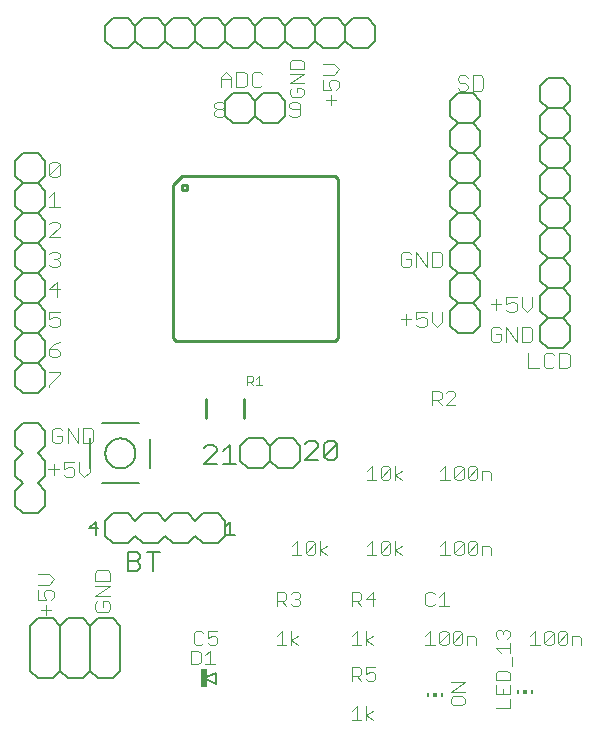
<source format=gto>
G75*
%MOIN*%
%OFA0B0*%
%FSLAX24Y24*%
%IPPOS*%
%LPD*%
%AMOC8*
5,1,8,0,0,1.08239X$1,22.5*
%
%ADD10C,0.0040*%
%ADD11C,0.0060*%
%ADD12C,0.0080*%
%ADD13R,0.0240X0.0620*%
%ADD14C,0.0100*%
%ADD15R,0.0059X0.0118*%
%ADD16R,0.0118X0.0118*%
%ADD17C,0.0030*%
%ADD18C,0.0050*%
%ADD19C,0.0087*%
D10*
X004170Y006238D02*
X004170Y006585D01*
X004170Y006754D02*
X003910Y006754D01*
X003910Y007101D01*
X003910Y007269D02*
X004257Y007269D01*
X004430Y007443D01*
X004257Y007616D01*
X003910Y007616D01*
X004170Y007101D02*
X004343Y007101D01*
X004430Y007014D01*
X004430Y006840D01*
X004343Y006754D01*
X004170Y006754D02*
X004083Y006927D01*
X004083Y007014D01*
X004170Y007101D01*
X003996Y006412D02*
X004343Y006412D01*
X005785Y006450D02*
X005871Y006363D01*
X006218Y006363D01*
X006305Y006450D01*
X006305Y006623D01*
X006218Y006710D01*
X006045Y006710D01*
X006045Y006537D01*
X005871Y006710D02*
X005785Y006623D01*
X005785Y006450D01*
X005785Y006879D02*
X006305Y007226D01*
X005785Y007226D01*
X005785Y007394D02*
X005785Y007655D01*
X005871Y007741D01*
X006218Y007741D01*
X006305Y007655D01*
X006305Y007394D01*
X005785Y007394D01*
X005785Y006879D02*
X006305Y006879D01*
X009010Y005070D02*
X009010Y004610D01*
X009240Y004610D01*
X009317Y004687D01*
X009317Y004994D01*
X009240Y005070D01*
X009010Y005070D01*
X009166Y005260D02*
X009319Y005260D01*
X009396Y005337D01*
X009550Y005337D02*
X009626Y005260D01*
X009780Y005260D01*
X009857Y005337D01*
X009857Y005490D01*
X009780Y005567D01*
X009703Y005567D01*
X009550Y005490D01*
X009550Y005720D01*
X009857Y005720D01*
X009396Y005644D02*
X009319Y005720D01*
X009166Y005720D01*
X009089Y005644D01*
X009089Y005337D01*
X009166Y005260D01*
X009470Y004917D02*
X009624Y005070D01*
X009624Y004610D01*
X009777Y004610D02*
X009470Y004610D01*
X011860Y005260D02*
X012167Y005260D01*
X012320Y005260D02*
X012320Y005720D01*
X012551Y005567D02*
X012320Y005413D01*
X012551Y005260D01*
X012013Y005260D02*
X012013Y005720D01*
X011860Y005567D01*
X011860Y006560D02*
X011860Y007020D01*
X012090Y007020D01*
X012167Y006944D01*
X012167Y006790D01*
X012090Y006713D01*
X011860Y006713D01*
X012013Y006713D02*
X012167Y006560D01*
X012320Y006637D02*
X012397Y006560D01*
X012551Y006560D01*
X012627Y006637D01*
X012627Y006713D01*
X012551Y006790D01*
X012474Y006790D01*
X012551Y006790D02*
X012627Y006867D01*
X012627Y006944D01*
X012551Y007020D01*
X012397Y007020D01*
X012320Y006944D01*
X012360Y008260D02*
X012667Y008260D01*
X012513Y008260D02*
X012513Y008720D01*
X012360Y008567D01*
X012820Y008644D02*
X012820Y008337D01*
X013127Y008644D01*
X013127Y008337D01*
X013051Y008260D01*
X012897Y008260D01*
X012820Y008337D01*
X012820Y008644D02*
X012897Y008720D01*
X013051Y008720D01*
X013127Y008644D01*
X013281Y008720D02*
X013281Y008260D01*
X013281Y008413D02*
X013511Y008567D01*
X013281Y008413D02*
X013511Y008260D01*
X014360Y007020D02*
X014590Y007020D01*
X014667Y006944D01*
X014667Y006790D01*
X014590Y006713D01*
X014360Y006713D01*
X014360Y006560D02*
X014360Y007020D01*
X014513Y006713D02*
X014667Y006560D01*
X014820Y006790D02*
X015127Y006790D01*
X015051Y006560D02*
X015051Y007020D01*
X014820Y006790D01*
X014820Y005720D02*
X014820Y005260D01*
X014667Y005260D02*
X014360Y005260D01*
X014513Y005260D02*
X014513Y005720D01*
X014360Y005567D01*
X014820Y005413D02*
X015051Y005567D01*
X014820Y005413D02*
X015051Y005260D01*
X015127Y004520D02*
X014820Y004520D01*
X014820Y004290D01*
X014974Y004367D01*
X015051Y004367D01*
X015127Y004290D01*
X015127Y004137D01*
X015051Y004060D01*
X014897Y004060D01*
X014820Y004137D01*
X014667Y004060D02*
X014513Y004213D01*
X014590Y004213D02*
X014360Y004213D01*
X014360Y004060D02*
X014360Y004520D01*
X014590Y004520D01*
X014667Y004444D01*
X014667Y004290D01*
X014590Y004213D01*
X014513Y003220D02*
X014513Y002760D01*
X014360Y002760D02*
X014667Y002760D01*
X014820Y002760D02*
X014820Y003220D01*
X015051Y003067D02*
X014820Y002913D01*
X015051Y002760D01*
X014513Y003220D02*
X014360Y003067D01*
X016810Y005260D02*
X017117Y005260D01*
X016963Y005260D02*
X016963Y005720D01*
X016810Y005567D01*
X017270Y005644D02*
X017270Y005337D01*
X017577Y005644D01*
X017577Y005337D01*
X017501Y005260D01*
X017347Y005260D01*
X017270Y005337D01*
X017270Y005644D02*
X017347Y005720D01*
X017501Y005720D01*
X017577Y005644D01*
X017731Y005644D02*
X017731Y005337D01*
X018038Y005644D01*
X018038Y005337D01*
X017961Y005260D01*
X017808Y005260D01*
X017731Y005337D01*
X017731Y005644D02*
X017808Y005720D01*
X017961Y005720D01*
X018038Y005644D01*
X018191Y005567D02*
X018191Y005260D01*
X018191Y005567D02*
X018421Y005567D01*
X018498Y005490D01*
X018498Y005260D01*
X019160Y005155D02*
X019620Y005155D01*
X019620Y005002D02*
X019620Y005308D01*
X019543Y005462D02*
X019620Y005539D01*
X019620Y005692D01*
X019543Y005769D01*
X019467Y005769D01*
X019390Y005692D01*
X019390Y005615D01*
X019390Y005692D02*
X019313Y005769D01*
X019236Y005769D01*
X019160Y005692D01*
X019160Y005539D01*
X019236Y005462D01*
X019160Y005155D02*
X019313Y005002D01*
X019697Y004848D02*
X019697Y004541D01*
X019543Y004388D02*
X019236Y004388D01*
X019160Y004311D01*
X019160Y004081D01*
X019620Y004081D01*
X019620Y004311D01*
X019543Y004388D01*
X019620Y003927D02*
X019620Y003620D01*
X019160Y003620D01*
X019160Y003927D01*
X019390Y003774D02*
X019390Y003620D01*
X019620Y003467D02*
X019620Y003160D01*
X019160Y003160D01*
X018120Y003316D02*
X018120Y003469D01*
X018043Y003546D01*
X017736Y003546D01*
X017660Y003469D01*
X017660Y003316D01*
X017736Y003239D01*
X018043Y003239D01*
X018120Y003316D01*
X018120Y003700D02*
X017660Y003700D01*
X018120Y004007D01*
X017660Y004007D01*
X017577Y006560D02*
X017270Y006560D01*
X017424Y006560D02*
X017424Y007020D01*
X017270Y006867D01*
X017117Y006944D02*
X017040Y007020D01*
X016887Y007020D01*
X016810Y006944D01*
X016810Y006637D01*
X016887Y006560D01*
X017040Y006560D01*
X017117Y006637D01*
X017310Y008260D02*
X017617Y008260D01*
X017463Y008260D02*
X017463Y008720D01*
X017310Y008567D01*
X017770Y008644D02*
X017770Y008337D01*
X018077Y008644D01*
X018077Y008337D01*
X018001Y008260D01*
X017847Y008260D01*
X017770Y008337D01*
X017770Y008644D02*
X017847Y008720D01*
X018001Y008720D01*
X018077Y008644D01*
X018231Y008644D02*
X018308Y008720D01*
X018461Y008720D01*
X018538Y008644D01*
X018231Y008337D01*
X018308Y008260D01*
X018461Y008260D01*
X018538Y008337D01*
X018538Y008644D01*
X018691Y008567D02*
X018921Y008567D01*
X018998Y008490D01*
X018998Y008260D01*
X018691Y008260D02*
X018691Y008567D01*
X018231Y008644D02*
X018231Y008337D01*
X016011Y008260D02*
X015781Y008413D01*
X016011Y008567D01*
X015781Y008720D02*
X015781Y008260D01*
X015627Y008337D02*
X015551Y008260D01*
X015397Y008260D01*
X015320Y008337D01*
X015627Y008644D01*
X015627Y008337D01*
X015320Y008337D02*
X015320Y008644D01*
X015397Y008720D01*
X015551Y008720D01*
X015627Y008644D01*
X015167Y008260D02*
X014860Y008260D01*
X015013Y008260D02*
X015013Y008720D01*
X014860Y008567D01*
X014860Y010760D02*
X015167Y010760D01*
X015013Y010760D02*
X015013Y011220D01*
X014860Y011067D01*
X015320Y011144D02*
X015320Y010837D01*
X015627Y011144D01*
X015627Y010837D01*
X015551Y010760D01*
X015397Y010760D01*
X015320Y010837D01*
X015320Y011144D02*
X015397Y011220D01*
X015551Y011220D01*
X015627Y011144D01*
X015781Y011220D02*
X015781Y010760D01*
X015781Y010913D02*
X016011Y011067D01*
X015781Y010913D02*
X016011Y010760D01*
X017310Y010760D02*
X017617Y010760D01*
X017463Y010760D02*
X017463Y011220D01*
X017310Y011067D01*
X017770Y011144D02*
X017770Y010837D01*
X018077Y011144D01*
X018077Y010837D01*
X018001Y010760D01*
X017847Y010760D01*
X017770Y010837D01*
X017770Y011144D02*
X017847Y011220D01*
X018001Y011220D01*
X018077Y011144D01*
X018231Y011144D02*
X018308Y011220D01*
X018461Y011220D01*
X018538Y011144D01*
X018231Y010837D01*
X018308Y010760D01*
X018461Y010760D01*
X018538Y010837D01*
X018538Y011144D01*
X018691Y011067D02*
X018691Y010760D01*
X018691Y011067D02*
X018921Y011067D01*
X018998Y010990D01*
X018998Y010760D01*
X018231Y010837D02*
X018231Y011144D01*
X017807Y013260D02*
X017500Y013260D01*
X017807Y013567D01*
X017807Y013644D01*
X017730Y013720D01*
X017576Y013720D01*
X017500Y013644D01*
X017346Y013644D02*
X017346Y013490D01*
X017269Y013413D01*
X017039Y013413D01*
X017039Y013260D02*
X017039Y013720D01*
X017269Y013720D01*
X017346Y013644D01*
X017193Y013413D02*
X017346Y013260D01*
X019075Y015350D02*
X018988Y015437D01*
X018988Y015784D01*
X019075Y015870D01*
X019248Y015870D01*
X019335Y015784D01*
X019335Y015610D02*
X019162Y015610D01*
X019335Y015610D02*
X019335Y015437D01*
X019248Y015350D01*
X019075Y015350D01*
X019504Y015350D02*
X019504Y015870D01*
X019851Y015350D01*
X019851Y015870D01*
X020019Y015870D02*
X020280Y015870D01*
X020366Y015784D01*
X020366Y015437D01*
X020280Y015350D01*
X020019Y015350D01*
X020019Y015870D01*
X020193Y016350D02*
X020366Y016523D01*
X020366Y016870D01*
X020019Y016870D02*
X020019Y016523D01*
X020193Y016350D01*
X019851Y016437D02*
X019764Y016350D01*
X019590Y016350D01*
X019504Y016437D01*
X019504Y016610D02*
X019677Y016697D01*
X019764Y016697D01*
X019851Y016610D01*
X019851Y016437D01*
X019504Y016610D02*
X019504Y016870D01*
X019851Y016870D01*
X019335Y016610D02*
X018988Y016610D01*
X019162Y016437D02*
X019162Y016784D01*
X020238Y014995D02*
X020238Y014475D01*
X020585Y014475D01*
X020754Y014562D02*
X020754Y014909D01*
X020840Y014995D01*
X021014Y014995D01*
X021101Y014909D01*
X021269Y014995D02*
X021269Y014475D01*
X021530Y014475D01*
X021616Y014562D01*
X021616Y014909D01*
X021530Y014995D01*
X021269Y014995D01*
X021101Y014562D02*
X021014Y014475D01*
X020840Y014475D01*
X020754Y014562D01*
X017366Y016023D02*
X017366Y016370D01*
X017366Y016023D02*
X017193Y015850D01*
X017019Y016023D01*
X017019Y016370D01*
X016851Y016370D02*
X016504Y016370D01*
X016504Y016110D01*
X016677Y016197D01*
X016764Y016197D01*
X016851Y016110D01*
X016851Y015937D01*
X016764Y015850D01*
X016590Y015850D01*
X016504Y015937D01*
X016335Y016110D02*
X015988Y016110D01*
X016162Y015937D02*
X016162Y016284D01*
X016075Y017850D02*
X016248Y017850D01*
X016335Y017937D01*
X016335Y018110D01*
X016162Y018110D01*
X016335Y018284D02*
X016248Y018370D01*
X016075Y018370D01*
X015988Y018284D01*
X015988Y017937D01*
X016075Y017850D01*
X016504Y017850D02*
X016504Y018370D01*
X016851Y017850D01*
X016851Y018370D01*
X017019Y018370D02*
X017019Y017850D01*
X017280Y017850D01*
X017366Y017937D01*
X017366Y018284D01*
X017280Y018370D01*
X017019Y018370D01*
X013670Y023238D02*
X013670Y023585D01*
X013670Y023754D02*
X013410Y023754D01*
X013410Y024101D01*
X013410Y024269D02*
X013757Y024269D01*
X013930Y024443D01*
X013757Y024616D01*
X013410Y024616D01*
X013670Y024101D02*
X013843Y024101D01*
X013930Y024014D01*
X013930Y023840D01*
X013843Y023754D01*
X013670Y023754D02*
X013583Y023927D01*
X013583Y024014D01*
X013670Y024101D01*
X013496Y023412D02*
X013843Y023412D01*
X012745Y023606D02*
X012668Y023529D01*
X012361Y023529D01*
X012285Y023606D01*
X012285Y023759D01*
X012361Y023836D01*
X012515Y023836D02*
X012515Y023682D01*
X012515Y023836D02*
X012668Y023836D01*
X012745Y023759D01*
X012745Y023606D01*
X012530Y023370D02*
X012356Y023370D01*
X012269Y023284D01*
X012269Y023197D01*
X012356Y023110D01*
X012616Y023110D01*
X012616Y022937D02*
X012616Y023284D01*
X012530Y023370D01*
X012616Y022937D02*
X012530Y022850D01*
X012356Y022850D01*
X012269Y022937D01*
X012285Y023989D02*
X012745Y024296D01*
X012285Y024296D01*
X012285Y024450D02*
X012285Y024680D01*
X012361Y024757D01*
X012668Y024757D01*
X012745Y024680D01*
X012745Y024450D01*
X012285Y024450D01*
X012285Y023989D02*
X012745Y023989D01*
X011366Y023937D02*
X011280Y023850D01*
X011106Y023850D01*
X011019Y023937D01*
X011019Y024284D01*
X011106Y024370D01*
X011280Y024370D01*
X011366Y024284D01*
X010851Y024284D02*
X010851Y023937D01*
X010764Y023850D01*
X010504Y023850D01*
X010504Y024370D01*
X010764Y024370D01*
X010851Y024284D01*
X010335Y024197D02*
X010335Y023850D01*
X010335Y024110D02*
X009988Y024110D01*
X009988Y024197D02*
X009988Y023850D01*
X010030Y023370D02*
X009856Y023370D01*
X009769Y023284D01*
X009769Y023197D01*
X009856Y023110D01*
X010030Y023110D01*
X010116Y023023D01*
X010116Y022937D01*
X010030Y022850D01*
X009856Y022850D01*
X009769Y022937D01*
X009769Y023023D01*
X009856Y023110D01*
X010030Y023110D02*
X010116Y023197D01*
X010116Y023284D01*
X010030Y023370D01*
X009988Y024197D02*
X010162Y024370D01*
X010335Y024197D01*
X004616Y021284D02*
X004616Y020937D01*
X004530Y020850D01*
X004356Y020850D01*
X004269Y020937D01*
X004616Y021284D01*
X004530Y021370D01*
X004356Y021370D01*
X004269Y021284D01*
X004269Y020937D01*
X004443Y020370D02*
X004269Y020197D01*
X004443Y020370D02*
X004443Y019850D01*
X004616Y019850D02*
X004269Y019850D01*
X004356Y019370D02*
X004269Y019284D01*
X004356Y019370D02*
X004530Y019370D01*
X004616Y019284D01*
X004616Y019197D01*
X004269Y018850D01*
X004616Y018850D01*
X004530Y018370D02*
X004356Y018370D01*
X004269Y018284D01*
X004443Y018110D02*
X004530Y018110D01*
X004616Y018023D01*
X004616Y017937D01*
X004530Y017850D01*
X004356Y017850D01*
X004269Y017937D01*
X004530Y018110D02*
X004616Y018197D01*
X004616Y018284D01*
X004530Y018370D01*
X004530Y017370D02*
X004269Y017110D01*
X004616Y017110D01*
X004530Y016850D02*
X004530Y017370D01*
X004616Y016370D02*
X004269Y016370D01*
X004269Y016110D01*
X004443Y016197D01*
X004530Y016197D01*
X004616Y016110D01*
X004616Y015937D01*
X004530Y015850D01*
X004356Y015850D01*
X004269Y015937D01*
X004616Y015370D02*
X004443Y015284D01*
X004269Y015110D01*
X004530Y015110D01*
X004616Y015023D01*
X004616Y014937D01*
X004530Y014850D01*
X004356Y014850D01*
X004269Y014937D01*
X004269Y015110D01*
X004269Y014370D02*
X004616Y014370D01*
X004616Y014284D01*
X004269Y013937D01*
X004269Y013850D01*
X004450Y012495D02*
X004363Y012409D01*
X004363Y012062D01*
X004450Y011975D01*
X004623Y011975D01*
X004710Y012062D01*
X004710Y012235D01*
X004537Y012235D01*
X004710Y012409D02*
X004623Y012495D01*
X004450Y012495D01*
X004879Y012495D02*
X004879Y011975D01*
X005226Y011975D02*
X005226Y012495D01*
X005394Y012495D02*
X005655Y012495D01*
X005741Y012409D01*
X005741Y012062D01*
X005655Y011975D01*
X005394Y011975D01*
X005394Y012495D01*
X004879Y012495D02*
X005226Y011975D01*
X005269Y011370D02*
X005269Y011023D01*
X005443Y010850D01*
X005616Y011023D01*
X005616Y011370D01*
X005101Y011370D02*
X004754Y011370D01*
X004754Y011110D01*
X004927Y011197D01*
X005014Y011197D01*
X005101Y011110D01*
X005101Y010937D01*
X005014Y010850D01*
X004840Y010850D01*
X004754Y010937D01*
X004585Y011110D02*
X004238Y011110D01*
X004412Y010937D02*
X004412Y011284D01*
X017879Y023812D02*
X017965Y023725D01*
X018139Y023725D01*
X018226Y023812D01*
X018226Y023898D01*
X018139Y023985D01*
X017965Y023985D01*
X017879Y024072D01*
X017879Y024159D01*
X017965Y024245D01*
X018139Y024245D01*
X018226Y024159D01*
X018394Y024245D02*
X018394Y023725D01*
X018655Y023725D01*
X018741Y023812D01*
X018741Y024159D01*
X018655Y024245D01*
X018394Y024245D01*
X020463Y005720D02*
X020310Y005567D01*
X020463Y005720D02*
X020463Y005260D01*
X020310Y005260D02*
X020617Y005260D01*
X020770Y005337D02*
X020770Y005644D01*
X020847Y005720D01*
X021001Y005720D01*
X021077Y005644D01*
X020770Y005337D01*
X020847Y005260D01*
X021001Y005260D01*
X021077Y005337D01*
X021077Y005644D01*
X021231Y005644D02*
X021231Y005337D01*
X021538Y005644D01*
X021538Y005337D01*
X021461Y005260D01*
X021308Y005260D01*
X021231Y005337D01*
X021231Y005644D02*
X021308Y005720D01*
X021461Y005720D01*
X021538Y005644D01*
X021691Y005567D02*
X021691Y005260D01*
X021691Y005567D02*
X021921Y005567D01*
X021998Y005490D01*
X021998Y005260D01*
D11*
X003890Y004140D02*
X003640Y004390D01*
X003640Y005890D01*
X003890Y006140D01*
X004390Y006140D01*
X004640Y005890D01*
X004640Y004390D01*
X004890Y004140D01*
X005390Y004140D01*
X005640Y004390D01*
X005890Y004140D01*
X006390Y004140D01*
X006640Y004390D01*
X006640Y005890D01*
X006390Y006140D01*
X005890Y006140D01*
X005640Y005890D01*
X005640Y004390D01*
X004640Y004390D02*
X004390Y004140D01*
X003890Y004140D01*
X004640Y005890D02*
X004890Y006140D01*
X005390Y006140D01*
X005640Y005890D01*
X006881Y007720D02*
X007201Y007720D01*
X007308Y007827D01*
X007308Y007934D01*
X007201Y008040D01*
X006881Y008040D01*
X006881Y007720D02*
X006881Y008361D01*
X007201Y008361D01*
X007308Y008254D01*
X007308Y008147D01*
X007201Y008040D01*
X007525Y008361D02*
X007952Y008361D01*
X007739Y008361D02*
X007739Y007720D01*
X007890Y008640D02*
X007390Y008640D01*
X007140Y008890D01*
X006890Y008640D01*
X006390Y008640D01*
X006140Y008890D01*
X006140Y009390D01*
X006390Y009640D01*
X006890Y009640D01*
X007140Y009390D01*
X007390Y009640D01*
X007890Y009640D01*
X008140Y009390D01*
X008390Y009640D01*
X008890Y009640D01*
X009140Y009390D01*
X009390Y009640D01*
X009890Y009640D01*
X010140Y009390D01*
X010140Y008890D01*
X009890Y008640D01*
X009390Y008640D01*
X009140Y008890D01*
X008890Y008640D01*
X008390Y008640D01*
X008140Y008890D01*
X007890Y008640D01*
X009420Y011295D02*
X009847Y011722D01*
X009847Y011829D01*
X009740Y011936D01*
X009527Y011936D01*
X009420Y011829D01*
X009420Y011295D02*
X009847Y011295D01*
X010065Y011295D02*
X010492Y011295D01*
X010640Y011390D02*
X010640Y011890D01*
X010890Y012140D01*
X011390Y012140D01*
X011640Y011890D01*
X011890Y012140D01*
X012390Y012140D01*
X012640Y011890D01*
X012640Y011390D01*
X012390Y011140D01*
X011890Y011140D01*
X011640Y011390D01*
X011390Y011140D01*
X010890Y011140D01*
X010640Y011390D01*
X010278Y011295D02*
X010278Y011936D01*
X010065Y011722D01*
X011640Y011890D02*
X011640Y011390D01*
X012795Y011420D02*
X013222Y011847D01*
X013222Y011954D01*
X013115Y012061D01*
X012902Y012061D01*
X012795Y011954D01*
X012795Y011420D02*
X013222Y011420D01*
X013440Y011527D02*
X013867Y011954D01*
X013867Y011527D01*
X013760Y011420D01*
X013546Y011420D01*
X013440Y011527D01*
X013440Y011954D01*
X013546Y012061D01*
X013760Y012061D01*
X013867Y011954D01*
X017640Y015890D02*
X017640Y016390D01*
X017890Y016640D01*
X017640Y016890D01*
X017640Y017390D01*
X017890Y017640D01*
X017640Y017890D01*
X017640Y018390D01*
X017890Y018640D01*
X017640Y018890D01*
X017640Y019390D01*
X017890Y019640D01*
X017640Y019890D01*
X017640Y020390D01*
X017890Y020640D01*
X017640Y020890D01*
X017640Y021390D01*
X017890Y021640D01*
X017640Y021890D01*
X017640Y022390D01*
X017890Y022640D01*
X017640Y022890D01*
X017640Y023390D01*
X017890Y023640D01*
X018390Y023640D01*
X018640Y023390D01*
X018640Y022890D01*
X018390Y022640D01*
X018640Y022390D01*
X018640Y021890D01*
X018390Y021640D01*
X017890Y021640D01*
X018390Y021640D02*
X018640Y021390D01*
X018640Y020890D01*
X018390Y020640D01*
X018640Y020390D01*
X018640Y019890D01*
X018390Y019640D01*
X018640Y019390D01*
X018640Y018890D01*
X018390Y018640D01*
X017890Y018640D01*
X018390Y018640D02*
X018640Y018390D01*
X018640Y017890D01*
X018390Y017640D01*
X018640Y017390D01*
X018640Y016890D01*
X018390Y016640D01*
X018640Y016390D01*
X018640Y015890D01*
X018390Y015640D01*
X017890Y015640D01*
X017640Y015890D01*
X017890Y016640D02*
X018390Y016640D01*
X018390Y017640D02*
X017890Y017640D01*
X017890Y019640D02*
X018390Y019640D01*
X018390Y020640D02*
X017890Y020640D01*
X017890Y022640D02*
X018390Y022640D01*
X020640Y022390D02*
X020640Y022890D01*
X020890Y023140D01*
X020640Y023390D01*
X020640Y023890D01*
X020890Y024140D01*
X021390Y024140D01*
X021640Y023890D01*
X021640Y023390D01*
X021390Y023140D01*
X021640Y022890D01*
X021640Y022390D01*
X021390Y022140D01*
X021640Y021890D01*
X021640Y021390D01*
X021390Y021140D01*
X021640Y020890D01*
X021640Y020390D01*
X021390Y020140D01*
X021640Y019890D01*
X021640Y019390D01*
X021390Y019140D01*
X021640Y018890D01*
X021640Y018390D01*
X021390Y018140D01*
X021640Y017890D01*
X021640Y017390D01*
X021390Y017140D01*
X021640Y016890D01*
X021640Y016390D01*
X021390Y016140D01*
X021640Y015890D01*
X021640Y015390D01*
X021390Y015140D01*
X020890Y015140D01*
X020640Y015390D01*
X020640Y015890D01*
X020890Y016140D01*
X020640Y016390D01*
X020640Y016890D01*
X020890Y017140D01*
X021390Y017140D01*
X020890Y017140D02*
X020640Y017390D01*
X020640Y017890D01*
X020890Y018140D01*
X020640Y018390D01*
X020640Y018890D01*
X020890Y019140D01*
X020640Y019390D01*
X020640Y019890D01*
X020890Y020140D01*
X021390Y020140D01*
X020890Y020140D02*
X020640Y020390D01*
X020640Y020890D01*
X020890Y021140D01*
X020640Y021390D01*
X020640Y021890D01*
X020890Y022140D01*
X020640Y022390D01*
X020890Y022140D02*
X021390Y022140D01*
X021390Y021140D02*
X020890Y021140D01*
X020890Y019140D02*
X021390Y019140D01*
X021390Y018140D02*
X020890Y018140D01*
X020890Y016140D02*
X021390Y016140D01*
X021390Y023140D02*
X020890Y023140D01*
X015140Y025390D02*
X014890Y025140D01*
X014390Y025140D01*
X014140Y025390D01*
X013890Y025140D01*
X013390Y025140D01*
X013140Y025390D01*
X012890Y025140D01*
X012390Y025140D01*
X012140Y025390D01*
X011890Y025140D01*
X011390Y025140D01*
X011140Y025390D01*
X010890Y025140D01*
X010390Y025140D01*
X010140Y025390D01*
X009890Y025140D01*
X009390Y025140D01*
X009140Y025390D01*
X008890Y025140D01*
X008390Y025140D01*
X008140Y025390D01*
X007890Y025140D01*
X007390Y025140D01*
X007140Y025390D01*
X006890Y025140D01*
X006390Y025140D01*
X006140Y025390D01*
X006140Y025890D01*
X006390Y026140D01*
X006890Y026140D01*
X007140Y025890D01*
X007390Y026140D01*
X007890Y026140D01*
X008140Y025890D01*
X008140Y025390D01*
X008140Y025890D02*
X008390Y026140D01*
X008890Y026140D01*
X009140Y025890D01*
X009390Y026140D01*
X009890Y026140D01*
X010140Y025890D01*
X010390Y026140D01*
X010890Y026140D01*
X011140Y025890D01*
X011140Y025390D01*
X011140Y025890D02*
X011390Y026140D01*
X011890Y026140D01*
X012140Y025890D01*
X012390Y026140D01*
X012890Y026140D01*
X013140Y025890D01*
X013390Y026140D01*
X013890Y026140D01*
X014140Y025890D01*
X014390Y026140D01*
X014890Y026140D01*
X015140Y025890D01*
X015140Y025390D01*
X014140Y025390D02*
X014140Y025890D01*
X013140Y025890D02*
X013140Y025390D01*
X012140Y025390D02*
X012140Y025890D01*
X011890Y023640D02*
X011390Y023640D01*
X011140Y023390D01*
X011140Y022890D01*
X011390Y022640D01*
X011890Y022640D01*
X012140Y022890D01*
X012140Y023390D01*
X011890Y023640D01*
X011140Y023390D02*
X010890Y023640D01*
X010390Y023640D01*
X010140Y023390D01*
X010140Y022890D01*
X010390Y022640D01*
X010890Y022640D01*
X011140Y022890D01*
X010140Y025390D02*
X010140Y025890D01*
X009140Y025890D02*
X009140Y025390D01*
X007140Y025390D02*
X007140Y025890D01*
X003890Y021640D02*
X004140Y021390D01*
X004140Y020890D01*
X003890Y020640D01*
X004140Y020390D01*
X004140Y019890D01*
X003890Y019640D01*
X003390Y019640D01*
X003140Y019890D01*
X003140Y020390D01*
X003390Y020640D01*
X003140Y020890D01*
X003140Y021390D01*
X003390Y021640D01*
X003890Y021640D01*
X003890Y020640D02*
X003390Y020640D01*
X003390Y019640D02*
X003140Y019390D01*
X003140Y018890D01*
X003390Y018640D01*
X003140Y018390D01*
X003140Y017890D01*
X003390Y017640D01*
X003140Y017390D01*
X003140Y016890D01*
X003390Y016640D01*
X003890Y016640D01*
X004140Y016890D01*
X004140Y017390D01*
X003890Y017640D01*
X003390Y017640D01*
X003890Y017640D02*
X004140Y017890D01*
X004140Y018390D01*
X003890Y018640D01*
X003390Y018640D01*
X003890Y018640D02*
X004140Y018890D01*
X004140Y019390D01*
X003890Y019640D01*
X003890Y016640D02*
X004140Y016390D01*
X004140Y015890D01*
X003890Y015640D01*
X004140Y015390D01*
X004140Y014890D01*
X003890Y014640D01*
X004140Y014390D01*
X004140Y013890D01*
X003890Y013640D01*
X003390Y013640D01*
X003140Y013890D01*
X003140Y014390D01*
X003390Y014640D01*
X003140Y014890D01*
X003140Y015390D01*
X003390Y015640D01*
X003140Y015890D01*
X003140Y016390D01*
X003390Y016640D01*
X003390Y015640D02*
X003890Y015640D01*
X003890Y014640D02*
X003390Y014640D01*
D12*
X003390Y012640D02*
X003140Y012390D01*
X003140Y011890D01*
X003390Y011640D01*
X003140Y011390D01*
X003140Y010890D01*
X003390Y010640D01*
X003140Y010390D01*
X003140Y009890D01*
X003390Y009640D01*
X003890Y009640D01*
X004140Y009890D01*
X004140Y010390D01*
X003890Y010640D01*
X004140Y010890D01*
X004140Y011390D01*
X003890Y011640D01*
X004140Y011890D01*
X004140Y012390D01*
X003890Y012640D01*
X003390Y012640D01*
X005640Y012140D02*
X005640Y011152D01*
X006034Y010640D02*
X007246Y010640D01*
X007640Y011152D02*
X007640Y012128D01*
X007246Y012640D02*
X006034Y012640D01*
X006140Y011640D02*
X006142Y011684D01*
X006148Y011728D01*
X006158Y011771D01*
X006171Y011813D01*
X006188Y011854D01*
X006209Y011893D01*
X006233Y011930D01*
X006260Y011965D01*
X006290Y011997D01*
X006323Y012027D01*
X006359Y012053D01*
X006396Y012077D01*
X006436Y012096D01*
X006477Y012113D01*
X006520Y012125D01*
X006563Y012134D01*
X006607Y012139D01*
X006651Y012140D01*
X006695Y012137D01*
X006739Y012130D01*
X006782Y012119D01*
X006824Y012105D01*
X006864Y012087D01*
X006903Y012065D01*
X006939Y012041D01*
X006973Y012013D01*
X007005Y011982D01*
X007034Y011948D01*
X007060Y011912D01*
X007082Y011874D01*
X007101Y011834D01*
X007116Y011792D01*
X007128Y011750D01*
X007136Y011706D01*
X007140Y011662D01*
X007140Y011618D01*
X007136Y011574D01*
X007128Y011530D01*
X007116Y011488D01*
X007101Y011446D01*
X007082Y011406D01*
X007060Y011368D01*
X007034Y011332D01*
X007005Y011298D01*
X006973Y011267D01*
X006939Y011239D01*
X006903Y011215D01*
X006864Y011193D01*
X006824Y011175D01*
X006782Y011161D01*
X006739Y011150D01*
X006695Y011143D01*
X006651Y011140D01*
X006607Y011141D01*
X006563Y011146D01*
X006520Y011155D01*
X006477Y011167D01*
X006436Y011184D01*
X006396Y011203D01*
X006359Y011227D01*
X006323Y011253D01*
X006290Y011283D01*
X006260Y011315D01*
X006233Y011350D01*
X006209Y011387D01*
X006188Y011426D01*
X006171Y011467D01*
X006158Y011509D01*
X006148Y011552D01*
X006142Y011596D01*
X006140Y011640D01*
X009837Y004337D02*
X009837Y003943D01*
X009443Y004140D01*
X009837Y004337D01*
D13*
X009420Y004140D03*
D14*
X008483Y015384D02*
X008384Y015483D01*
X008384Y020601D01*
X008679Y020896D01*
X013797Y020896D01*
X013896Y020797D01*
X013896Y015483D01*
X013797Y015384D01*
X008483Y015384D01*
X008680Y020502D02*
X008682Y020521D01*
X008687Y020540D01*
X008697Y020556D01*
X008709Y020571D01*
X008724Y020583D01*
X008740Y020593D01*
X008759Y020598D01*
X008778Y020600D01*
X008797Y020598D01*
X008816Y020593D01*
X008832Y020583D01*
X008847Y020571D01*
X008859Y020556D01*
X008869Y020540D01*
X008874Y020521D01*
X008876Y020502D01*
X008874Y020483D01*
X008869Y020464D01*
X008859Y020448D01*
X008847Y020433D01*
X008832Y020421D01*
X008816Y020411D01*
X008797Y020406D01*
X008778Y020404D01*
X008759Y020406D01*
X008740Y020411D01*
X008724Y020421D01*
X008709Y020433D01*
X008697Y020448D01*
X008687Y020464D01*
X008682Y020483D01*
X008680Y020502D01*
D15*
X016904Y003581D03*
X017376Y003581D03*
X019904Y003699D03*
X020376Y003699D03*
D16*
X020140Y003699D03*
X017140Y003581D03*
D17*
X011354Y013935D02*
X011160Y013935D01*
X011257Y013935D02*
X011257Y014225D01*
X011160Y014128D01*
X011059Y014080D02*
X011059Y014177D01*
X011011Y014225D01*
X010866Y014225D01*
X010866Y013935D01*
X010866Y014032D02*
X011011Y014032D01*
X011059Y014080D01*
X010962Y014032D02*
X011059Y013935D01*
D18*
X010305Y009365D02*
X010155Y009215D01*
X010305Y009365D02*
X010305Y008915D01*
X010155Y008915D02*
X010455Y008915D01*
X005905Y009140D02*
X005605Y009140D01*
X005830Y009365D01*
X005830Y008915D01*
D19*
X009510Y012825D02*
X009510Y013455D01*
X010770Y013455D02*
X010770Y012825D01*
M02*

</source>
